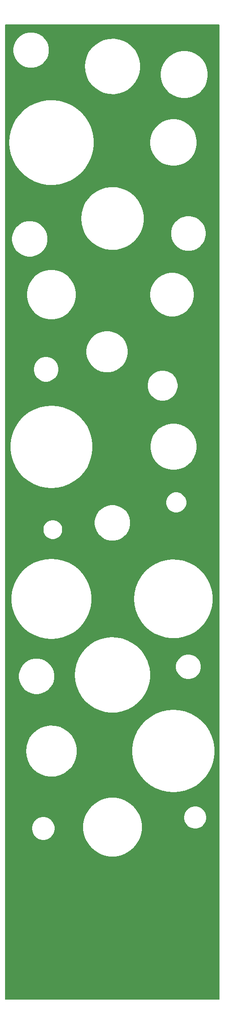
<source format=gtl>
G04 #@! TF.GenerationSoftware,KiCad,Pcbnew,5.1.5+dfsg1-2build2*
G04 #@! TF.CreationDate,2021-12-29T18:43:08+01:00*
G04 #@! TF.ProjectId,wall,77616c6c-2e6b-4696-9361-645f70636258,rev?*
G04 #@! TF.SameCoordinates,Original*
G04 #@! TF.FileFunction,Copper,L1,Top*
G04 #@! TF.FilePolarity,Positive*
%FSLAX46Y46*%
G04 Gerber Fmt 4.6, Leading zero omitted, Abs format (unit mm)*
G04 Created by KiCad (PCBNEW 5.1.5+dfsg1-2build2) date 2021-12-29 18:43:08*
%MOMM*%
%LPD*%
G04 APERTURE LIST*
%ADD10C,0.800000*%
%ADD11C,0.127000*%
G04 APERTURE END LIST*
D10*
X119000000Y-181500000D03*
X117000000Y-181500000D03*
X129500000Y-166000000D03*
X112000000Y-162500000D03*
X105000000Y-161500000D03*
X120000000Y-159500000D03*
X119500000Y-153500000D03*
X110000000Y-146000000D03*
X129000000Y-143500000D03*
X119500000Y-130000000D03*
X119000000Y-124500000D03*
X120000000Y-117000000D03*
X127500000Y-118000000D03*
X129000000Y-114000000D03*
X136000000Y-117500000D03*
X136500000Y-115000000D03*
X137500000Y-106000000D03*
X127500000Y-109000000D03*
X126500000Y-105500000D03*
X115500000Y-107000000D03*
X104000000Y-110500000D03*
X105000000Y-107500000D03*
X113500000Y-117000000D03*
X113500000Y-111500000D03*
X104000000Y-116000000D03*
X122500000Y-100500000D03*
X119500000Y-94500000D03*
X121500000Y-88000000D03*
X113000000Y-87000000D03*
X103500000Y-77500000D03*
X112500000Y-77500000D03*
X122000000Y-74000000D03*
X116500000Y-68500000D03*
X124000000Y-67000000D03*
X126000000Y-62500000D03*
X110500000Y-62500000D03*
X111500000Y-54500000D03*
X104000000Y-54000000D03*
X123500000Y-46500000D03*
X128000000Y-53000000D03*
X136000000Y-52500000D03*
X137000000Y-63000000D03*
X135000000Y-83000000D03*
X126500000Y-83000000D03*
X126000000Y-36500000D03*
X119500000Y-42500000D03*
X111500000Y-28500000D03*
D11*
G36*
X139686501Y-20313500D02*
G01*
X139686500Y-199686500D01*
X100313500Y-199686500D01*
X100313500Y-168036467D01*
X105081963Y-168036467D01*
X105081963Y-168463533D01*
X105165280Y-168882393D01*
X105328711Y-169276951D01*
X105565976Y-169632043D01*
X105867957Y-169934024D01*
X106223049Y-170171289D01*
X106617607Y-170334720D01*
X107036467Y-170418037D01*
X107463533Y-170418037D01*
X107882393Y-170334720D01*
X108276951Y-170171289D01*
X108632043Y-169934024D01*
X108934024Y-169632043D01*
X109171289Y-169276951D01*
X109334720Y-168882393D01*
X109418037Y-168463533D01*
X109418037Y-168036467D01*
X109334720Y-167617607D01*
X109294110Y-167519564D01*
X114508594Y-167519564D01*
X114508594Y-168480436D01*
X114675448Y-169426709D01*
X115004085Y-170329633D01*
X115484521Y-171161772D01*
X116102157Y-171897843D01*
X116838228Y-172515479D01*
X117670367Y-172995915D01*
X118573291Y-173324552D01*
X119519564Y-173491406D01*
X120480436Y-173491406D01*
X121426709Y-173324552D01*
X122329633Y-172995915D01*
X123161772Y-172515479D01*
X123897843Y-171897843D01*
X124515479Y-171161772D01*
X124995915Y-170329633D01*
X125324552Y-169426709D01*
X125491406Y-168480436D01*
X125491406Y-167519564D01*
X125324552Y-166573291D01*
X125131029Y-166041589D01*
X133133972Y-166041589D01*
X133133972Y-166458411D01*
X133215289Y-166867223D01*
X133374800Y-167252315D01*
X133606373Y-167598890D01*
X133901110Y-167893627D01*
X134247685Y-168125200D01*
X134632777Y-168284711D01*
X135041589Y-168366028D01*
X135458411Y-168366028D01*
X135867223Y-168284711D01*
X136252315Y-168125200D01*
X136598890Y-167893627D01*
X136893627Y-167598890D01*
X137125200Y-167252315D01*
X137284711Y-166867223D01*
X137366028Y-166458411D01*
X137366028Y-166041589D01*
X137284711Y-165632777D01*
X137125200Y-165247685D01*
X136893627Y-164901110D01*
X136598890Y-164606373D01*
X136252315Y-164374800D01*
X135867223Y-164215289D01*
X135458411Y-164133972D01*
X135041589Y-164133972D01*
X134632777Y-164215289D01*
X134247685Y-164374800D01*
X133901110Y-164606373D01*
X133606373Y-164901110D01*
X133374800Y-165247685D01*
X133215289Y-165632777D01*
X133133972Y-166041589D01*
X125131029Y-166041589D01*
X124995915Y-165670367D01*
X124515479Y-164838228D01*
X123897843Y-164102157D01*
X123161772Y-163484521D01*
X122329633Y-163004085D01*
X121426709Y-162675448D01*
X120480436Y-162508594D01*
X119519564Y-162508594D01*
X118573291Y-162675448D01*
X117670367Y-163004085D01*
X116838228Y-163484521D01*
X116102157Y-164102157D01*
X115484521Y-164838228D01*
X115004085Y-165670367D01*
X114675448Y-166573291D01*
X114508594Y-167519564D01*
X109294110Y-167519564D01*
X109171289Y-167223049D01*
X108934024Y-166867957D01*
X108632043Y-166565976D01*
X108276951Y-166328711D01*
X107882393Y-166165280D01*
X107463533Y-166081963D01*
X107036467Y-166081963D01*
X106617607Y-166165280D01*
X106223049Y-166328711D01*
X105867957Y-166565976D01*
X105565976Y-166867957D01*
X105328711Y-167223049D01*
X105165280Y-167617607D01*
X105081963Y-168036467D01*
X100313500Y-168036467D01*
X100313500Y-154000000D01*
X103961489Y-154000000D01*
X104048024Y-154906232D01*
X104304500Y-155779710D01*
X104721648Y-156588865D01*
X105284392Y-157304451D01*
X105972391Y-157900606D01*
X106760781Y-158355783D01*
X107621066Y-158653530D01*
X108522153Y-158783087D01*
X109431476Y-158739771D01*
X110316169Y-158525147D01*
X111144256Y-158146972D01*
X111885808Y-157618915D01*
X112514024Y-156960061D01*
X113006198Y-156194223D01*
X113344543Y-155349079D01*
X113516828Y-154455177D01*
X113516828Y-153544823D01*
X113493983Y-153426287D01*
X123594326Y-153426287D01*
X123594326Y-154573713D01*
X123765341Y-155708325D01*
X124103551Y-156804775D01*
X124601401Y-157838570D01*
X125247769Y-158786619D01*
X126028218Y-159627743D01*
X126925312Y-160343152D01*
X127919013Y-160916865D01*
X128987123Y-161336067D01*
X130105782Y-161591394D01*
X131250000Y-161677141D01*
X132394218Y-161591394D01*
X133512877Y-161336067D01*
X134580987Y-160916865D01*
X135574688Y-160343152D01*
X136471782Y-159627743D01*
X137252231Y-158786619D01*
X137898599Y-157838571D01*
X138396449Y-156804775D01*
X138734659Y-155708325D01*
X138905674Y-154573713D01*
X138905674Y-153426287D01*
X138734659Y-152291675D01*
X138396449Y-151195225D01*
X137898599Y-150161430D01*
X137252231Y-149213381D01*
X136471782Y-148372257D01*
X135574688Y-147656848D01*
X134580987Y-147083135D01*
X133512877Y-146663933D01*
X132394218Y-146408606D01*
X131250000Y-146322859D01*
X130105782Y-146408606D01*
X128987123Y-146663933D01*
X127919013Y-147083135D01*
X126925312Y-147656848D01*
X126028218Y-148372257D01*
X125247769Y-149213381D01*
X124601401Y-150161430D01*
X124103551Y-151195225D01*
X123765341Y-152291675D01*
X123594326Y-153426287D01*
X113493983Y-153426287D01*
X113344543Y-152650921D01*
X113006198Y-151805777D01*
X112514024Y-151039939D01*
X111885808Y-150381085D01*
X111144256Y-149853028D01*
X110316169Y-149474853D01*
X109431476Y-149260229D01*
X108522153Y-149216913D01*
X107621066Y-149346470D01*
X106760781Y-149644217D01*
X105972391Y-150099394D01*
X105284392Y-150695549D01*
X104721648Y-151411135D01*
X104304500Y-152220290D01*
X104048024Y-153093768D01*
X103961489Y-154000000D01*
X100313500Y-154000000D01*
X100313500Y-139920809D01*
X102657672Y-139920809D01*
X102657672Y-140579191D01*
X102786116Y-141224921D01*
X103038067Y-141833186D01*
X103403844Y-142380610D01*
X103869390Y-142846156D01*
X104416814Y-143211933D01*
X105025079Y-143463884D01*
X105670809Y-143592328D01*
X106329191Y-143592328D01*
X106974921Y-143463884D01*
X107583186Y-143211933D01*
X108130610Y-142846156D01*
X108596156Y-142380610D01*
X108961933Y-141833186D01*
X109213884Y-141224921D01*
X109342328Y-140579191D01*
X109342328Y-140000000D01*
X112970668Y-140000000D01*
X113053049Y-141073022D01*
X113298260Y-142120894D01*
X113700555Y-143119054D01*
X114250503Y-144044106D01*
X114935215Y-144874367D01*
X115738640Y-145590378D01*
X116641949Y-146175354D01*
X117623967Y-146615586D01*
X118661678Y-146900754D01*
X119730757Y-147024174D01*
X120806148Y-146982953D01*
X121862643Y-146778058D01*
X122875479Y-146414291D01*
X123820917Y-145900178D01*
X124676795Y-145247770D01*
X125423054Y-144472359D01*
X126042200Y-143592120D01*
X126519723Y-142627684D01*
X126844428Y-141601658D01*
X127008707Y-140538090D01*
X127008707Y-139461910D01*
X126844428Y-138398342D01*
X126802958Y-138267301D01*
X131637368Y-138267301D01*
X131637368Y-138732699D01*
X131728162Y-139189154D01*
X131906262Y-139619126D01*
X132164824Y-140006090D01*
X132493910Y-140335176D01*
X132880874Y-140593738D01*
X133310846Y-140771838D01*
X133767301Y-140862632D01*
X134232699Y-140862632D01*
X134689154Y-140771838D01*
X135119126Y-140593738D01*
X135506090Y-140335176D01*
X135835176Y-140006090D01*
X136093738Y-139619126D01*
X136271838Y-139189154D01*
X136362632Y-138732699D01*
X136362632Y-138267301D01*
X136271838Y-137810846D01*
X136093738Y-137380874D01*
X135835176Y-136993910D01*
X135506090Y-136664824D01*
X135119126Y-136406262D01*
X134689154Y-136228162D01*
X134232699Y-136137368D01*
X133767301Y-136137368D01*
X133310846Y-136228162D01*
X132880874Y-136406262D01*
X132493910Y-136664824D01*
X132164824Y-136993910D01*
X131906262Y-137380874D01*
X131728162Y-137810846D01*
X131637368Y-138267301D01*
X126802958Y-138267301D01*
X126519723Y-137372316D01*
X126042200Y-136407880D01*
X125423054Y-135527641D01*
X124676795Y-134752230D01*
X123820917Y-134099822D01*
X122875479Y-133585709D01*
X121862643Y-133221942D01*
X120806148Y-133017047D01*
X119730757Y-132975826D01*
X118661678Y-133099246D01*
X117623967Y-133384414D01*
X116641949Y-133824646D01*
X115738640Y-134409622D01*
X114935215Y-135125633D01*
X114250503Y-135955894D01*
X113700555Y-136880946D01*
X113298260Y-137879106D01*
X113053049Y-138926978D01*
X112970668Y-140000000D01*
X109342328Y-140000000D01*
X109342328Y-139920809D01*
X109213884Y-139275079D01*
X108961933Y-138666814D01*
X108596156Y-138119390D01*
X108130610Y-137653844D01*
X107583186Y-137288067D01*
X106974921Y-137036116D01*
X106329191Y-136907672D01*
X105670809Y-136907672D01*
X105025079Y-137036116D01*
X104416814Y-137288067D01*
X103869390Y-137653844D01*
X103403844Y-138119390D01*
X103038067Y-138666814D01*
X102786116Y-139275079D01*
X102657672Y-139920809D01*
X100313500Y-139920809D01*
X100313500Y-125441824D01*
X101301654Y-125441824D01*
X101301654Y-126558176D01*
X101468038Y-127662060D01*
X101797089Y-128728817D01*
X102281456Y-129734615D01*
X102910320Y-130656989D01*
X103669633Y-131475334D01*
X104542432Y-132171368D01*
X105509222Y-132729545D01*
X106548406Y-133137394D01*
X107636769Y-133385806D01*
X108750000Y-133469231D01*
X109863231Y-133385806D01*
X110951594Y-133137394D01*
X111990778Y-132729545D01*
X112957568Y-132171368D01*
X113830367Y-131475334D01*
X114589680Y-130656989D01*
X115218544Y-129734616D01*
X115702911Y-128728817D01*
X116031962Y-127662060D01*
X116198346Y-126558176D01*
X116198346Y-126000000D01*
X123918337Y-126000000D01*
X124004261Y-127119173D01*
X124260019Y-128212114D01*
X124679616Y-129253204D01*
X125253218Y-130218043D01*
X125967378Y-131084013D01*
X126805360Y-131830819D01*
X127747519Y-132440956D01*
X128771774Y-132900122D01*
X129854117Y-133197555D01*
X130969177Y-133326283D01*
X132090820Y-133283289D01*
X133192755Y-133069582D01*
X134249153Y-132690169D01*
X135235254Y-132153944D01*
X136127944Y-131473477D01*
X136906299Y-130664715D01*
X137552075Y-129746617D01*
X138050135Y-128740701D01*
X138388807Y-127670545D01*
X138560150Y-126561233D01*
X138560150Y-125438767D01*
X138388807Y-124329455D01*
X138050135Y-123259299D01*
X137552075Y-122253383D01*
X136906299Y-121335285D01*
X136127944Y-120526523D01*
X135235254Y-119846056D01*
X134249153Y-119309831D01*
X133192755Y-118930418D01*
X132090820Y-118716711D01*
X130969177Y-118673717D01*
X129854117Y-118802445D01*
X128771774Y-119099878D01*
X127747519Y-119559044D01*
X126805360Y-120169181D01*
X125967378Y-120915987D01*
X125253218Y-121781957D01*
X124679616Y-122746796D01*
X124260019Y-123787886D01*
X124004261Y-124880827D01*
X123918337Y-126000000D01*
X116198346Y-126000000D01*
X116198346Y-125441824D01*
X116031962Y-124337940D01*
X115702911Y-123271183D01*
X115218544Y-122265385D01*
X114589680Y-121343011D01*
X113830367Y-120524666D01*
X112957568Y-119828632D01*
X111990778Y-119270455D01*
X110951594Y-118862606D01*
X109863231Y-118614194D01*
X108750000Y-118530769D01*
X107636769Y-118614194D01*
X106548406Y-118862606D01*
X105509222Y-119270455D01*
X104542432Y-119828632D01*
X103669633Y-120524666D01*
X102910320Y-121343011D01*
X102281456Y-122265385D01*
X101797089Y-123271183D01*
X101468038Y-124337940D01*
X101301654Y-125441824D01*
X100313500Y-125441824D01*
X100313500Y-113071978D01*
X107192508Y-113071978D01*
X107192508Y-113428022D01*
X107261969Y-113777226D01*
X107398221Y-114106169D01*
X107596029Y-114402209D01*
X107847791Y-114653971D01*
X108143831Y-114851779D01*
X108472774Y-114988031D01*
X108821978Y-115057492D01*
X109178022Y-115057492D01*
X109527226Y-114988031D01*
X109856169Y-114851779D01*
X110152209Y-114653971D01*
X110403971Y-114402209D01*
X110601779Y-114106169D01*
X110738031Y-113777226D01*
X110807492Y-113428022D01*
X110807492Y-113071978D01*
X110738031Y-112722774D01*
X110601779Y-112393831D01*
X110403971Y-112097791D01*
X110152209Y-111846029D01*
X109889975Y-111670809D01*
X116657672Y-111670809D01*
X116657672Y-112329191D01*
X116786116Y-112974921D01*
X117038067Y-113583186D01*
X117403844Y-114130610D01*
X117869390Y-114596156D01*
X118416814Y-114961933D01*
X119025079Y-115213884D01*
X119670809Y-115342328D01*
X120329191Y-115342328D01*
X120974921Y-115213884D01*
X121583186Y-114961933D01*
X122130610Y-114596156D01*
X122596156Y-114130610D01*
X122961933Y-113583186D01*
X123213884Y-112974921D01*
X123342328Y-112329191D01*
X123342328Y-111670809D01*
X123213884Y-111025079D01*
X122961933Y-110416814D01*
X122596156Y-109869390D01*
X122130610Y-109403844D01*
X121583186Y-109038067D01*
X120974921Y-108786116D01*
X120329191Y-108657672D01*
X119670809Y-108657672D01*
X119025079Y-108786116D01*
X118416814Y-109038067D01*
X117869390Y-109403844D01*
X117403844Y-109869390D01*
X117038067Y-110416814D01*
X116786116Y-111025079D01*
X116657672Y-111670809D01*
X109889975Y-111670809D01*
X109856169Y-111648221D01*
X109527226Y-111511969D01*
X109178022Y-111442508D01*
X108821978Y-111442508D01*
X108472774Y-111511969D01*
X108143831Y-111648221D01*
X107847791Y-111846029D01*
X107596029Y-112097791D01*
X107398221Y-112393831D01*
X107261969Y-112722774D01*
X107192508Y-113071978D01*
X100313500Y-113071978D01*
X100313500Y-108059882D01*
X129819701Y-108059882D01*
X129819701Y-108440118D01*
X129893881Y-108813047D01*
X130039391Y-109164339D01*
X130250639Y-109480494D01*
X130519506Y-109749361D01*
X130835661Y-109960609D01*
X131186953Y-110106119D01*
X131559882Y-110180299D01*
X131940118Y-110180299D01*
X132313047Y-110106119D01*
X132664339Y-109960609D01*
X132980494Y-109749361D01*
X133249361Y-109480494D01*
X133460609Y-109164339D01*
X133606119Y-108813047D01*
X133680299Y-108440118D01*
X133680299Y-108059882D01*
X133606119Y-107686953D01*
X133460609Y-107335661D01*
X133249361Y-107019506D01*
X132980494Y-106750639D01*
X132664339Y-106539391D01*
X132313047Y-106393881D01*
X131940118Y-106319701D01*
X131559882Y-106319701D01*
X131186953Y-106393881D01*
X130835661Y-106539391D01*
X130519506Y-106750639D01*
X130250639Y-107019506D01*
X130039391Y-107335661D01*
X129893881Y-107686953D01*
X129819701Y-108059882D01*
X100313500Y-108059882D01*
X100313500Y-97426287D01*
X101094326Y-97426287D01*
X101094326Y-98573713D01*
X101265341Y-99708325D01*
X101603551Y-100804775D01*
X102101401Y-101838570D01*
X102747769Y-102786619D01*
X103528218Y-103627743D01*
X104425312Y-104343152D01*
X105419013Y-104916865D01*
X106487123Y-105336067D01*
X107605782Y-105591394D01*
X108750000Y-105677141D01*
X109894218Y-105591394D01*
X111012877Y-105336067D01*
X112080987Y-104916865D01*
X113074688Y-104343152D01*
X113971782Y-103627743D01*
X114752231Y-102786619D01*
X115398599Y-101838571D01*
X115896449Y-100804775D01*
X116234659Y-99708325D01*
X116405674Y-98573713D01*
X116405674Y-97572792D01*
X126912487Y-97572792D01*
X126912487Y-98427208D01*
X127079176Y-99265206D01*
X127406146Y-100054583D01*
X127880834Y-100765003D01*
X128484997Y-101369166D01*
X129195417Y-101843854D01*
X129984794Y-102170824D01*
X130822792Y-102337513D01*
X131677208Y-102337513D01*
X132515206Y-102170824D01*
X133304583Y-101843854D01*
X134015003Y-101369166D01*
X134619166Y-100765003D01*
X135093854Y-100054583D01*
X135420824Y-99265206D01*
X135587513Y-98427208D01*
X135587513Y-97572792D01*
X135420824Y-96734794D01*
X135093854Y-95945417D01*
X134619166Y-95234997D01*
X134015003Y-94630834D01*
X133304583Y-94156146D01*
X132515206Y-93829176D01*
X131677208Y-93662487D01*
X130822792Y-93662487D01*
X129984794Y-93829176D01*
X129195417Y-94156146D01*
X128484997Y-94630834D01*
X127880834Y-95234997D01*
X127406146Y-95945417D01*
X127079176Y-96734794D01*
X126912487Y-97572792D01*
X116405674Y-97572792D01*
X116405674Y-97426287D01*
X116234659Y-96291675D01*
X115896449Y-95195225D01*
X115398599Y-94161430D01*
X114752231Y-93213381D01*
X113971782Y-92372257D01*
X113074688Y-91656848D01*
X112080987Y-91083135D01*
X111012877Y-90663933D01*
X109894218Y-90408606D01*
X108750000Y-90322859D01*
X107605782Y-90408606D01*
X106487123Y-90663933D01*
X105419013Y-91083135D01*
X104425312Y-91656848D01*
X103528218Y-92372257D01*
X102747769Y-93213381D01*
X102101401Y-94161430D01*
X101603551Y-95195225D01*
X101265341Y-96291675D01*
X101094326Y-97426287D01*
X100313500Y-97426287D01*
X100313500Y-86469818D01*
X126405264Y-86469818D01*
X126405264Y-87030182D01*
X126514586Y-87579779D01*
X126729028Y-88097488D01*
X127040350Y-88563413D01*
X127436587Y-88959650D01*
X127902512Y-89270972D01*
X128420221Y-89485414D01*
X128969818Y-89594736D01*
X129530182Y-89594736D01*
X130079779Y-89485414D01*
X130597488Y-89270972D01*
X131063413Y-88959650D01*
X131459650Y-88563413D01*
X131770972Y-88097488D01*
X131985414Y-87579779D01*
X132094736Y-87030182D01*
X132094736Y-86469818D01*
X131985414Y-85920221D01*
X131770972Y-85402512D01*
X131459650Y-84936587D01*
X131063413Y-84540350D01*
X130597488Y-84229028D01*
X130079779Y-84014586D01*
X129530182Y-83905264D01*
X128969818Y-83905264D01*
X128420221Y-84014586D01*
X127902512Y-84229028D01*
X127436587Y-84540350D01*
X127040350Y-84936587D01*
X126729028Y-85402512D01*
X126514586Y-85920221D01*
X126405264Y-86469818D01*
X100313500Y-86469818D01*
X100313500Y-83518827D01*
X105402857Y-83518827D01*
X105402857Y-83981173D01*
X105493056Y-84434636D01*
X105669989Y-84861789D01*
X105926855Y-85246217D01*
X106253783Y-85573145D01*
X106638211Y-85830011D01*
X107065364Y-86006944D01*
X107518827Y-86097143D01*
X107981173Y-86097143D01*
X108434636Y-86006944D01*
X108861789Y-85830011D01*
X109246217Y-85573145D01*
X109573145Y-85246217D01*
X109830011Y-84861789D01*
X110006944Y-84434636D01*
X110097143Y-83981173D01*
X110097143Y-83518827D01*
X110006944Y-83065364D01*
X109830011Y-82638211D01*
X109573145Y-82253783D01*
X109246217Y-81926855D01*
X108861789Y-81669989D01*
X108434636Y-81493056D01*
X107981173Y-81402857D01*
X107518827Y-81402857D01*
X107065364Y-81493056D01*
X106638211Y-81669989D01*
X106253783Y-81926855D01*
X105926855Y-82253783D01*
X105669989Y-82638211D01*
X105493056Y-83065364D01*
X105402857Y-83518827D01*
X100313500Y-83518827D01*
X100313500Y-80118318D01*
X115124717Y-80118318D01*
X115124717Y-80881682D01*
X115273642Y-81630378D01*
X115565769Y-82335635D01*
X115989871Y-82970349D01*
X116529651Y-83510129D01*
X117164365Y-83934231D01*
X117869622Y-84226358D01*
X118618318Y-84375283D01*
X119381682Y-84375283D01*
X120130378Y-84226358D01*
X120835635Y-83934231D01*
X121470349Y-83510129D01*
X122010129Y-82970349D01*
X122434231Y-82335635D01*
X122726358Y-81630378D01*
X122875283Y-80881682D01*
X122875283Y-80118318D01*
X122726358Y-79369622D01*
X122434231Y-78664365D01*
X122010129Y-78029651D01*
X121470349Y-77489871D01*
X120835635Y-77065769D01*
X120130378Y-76773642D01*
X119381682Y-76624717D01*
X118618318Y-76624717D01*
X117869622Y-76773642D01*
X117164365Y-77065769D01*
X116529651Y-77489871D01*
X115989871Y-78029651D01*
X115565769Y-78664365D01*
X115273642Y-79369622D01*
X115124717Y-80118318D01*
X100313500Y-80118318D01*
X100313500Y-69547568D01*
X104156380Y-69547568D01*
X104156380Y-70452432D01*
X104332910Y-71339910D01*
X104679186Y-72175895D01*
X105181902Y-72928262D01*
X105821738Y-73568098D01*
X106574105Y-74070814D01*
X107410090Y-74417090D01*
X108297568Y-74593620D01*
X109202432Y-74593620D01*
X110089910Y-74417090D01*
X110925895Y-74070814D01*
X111678262Y-73568098D01*
X112318098Y-72928262D01*
X112820814Y-72175895D01*
X113167090Y-71339910D01*
X113343620Y-70452432D01*
X113343620Y-69596481D01*
X126903000Y-69596481D01*
X126903000Y-70403519D01*
X127060445Y-71195051D01*
X127369285Y-71940657D01*
X127817652Y-72611685D01*
X128388315Y-73182348D01*
X129059343Y-73630715D01*
X129804949Y-73939555D01*
X130596481Y-74097000D01*
X131403519Y-74097000D01*
X132195051Y-73939555D01*
X132940657Y-73630715D01*
X133611685Y-73182348D01*
X134182348Y-72611685D01*
X134630715Y-71940657D01*
X134939555Y-71195051D01*
X135097000Y-70403519D01*
X135097000Y-69596481D01*
X134939555Y-68804949D01*
X134630715Y-68059343D01*
X134182348Y-67388315D01*
X133611685Y-66817652D01*
X132940657Y-66369285D01*
X132195051Y-66060445D01*
X131403519Y-65903000D01*
X130596481Y-65903000D01*
X129804949Y-66060445D01*
X129059343Y-66369285D01*
X128388315Y-66817652D01*
X127817652Y-67388315D01*
X127369285Y-68059343D01*
X127060445Y-68804949D01*
X126903000Y-69596481D01*
X113343620Y-69596481D01*
X113343620Y-69547568D01*
X113167090Y-68660090D01*
X112820814Y-67824105D01*
X112318098Y-67071738D01*
X111678262Y-66431902D01*
X110925895Y-65929186D01*
X110089910Y-65582910D01*
X109202432Y-65406380D01*
X108297568Y-65406380D01*
X107410090Y-65582910D01*
X106574105Y-65929186D01*
X105821738Y-66431902D01*
X105181902Y-67071738D01*
X104679186Y-67824105D01*
X104332910Y-68660090D01*
X104156380Y-69547568D01*
X100313500Y-69547568D01*
X100313500Y-59420809D01*
X101407672Y-59420809D01*
X101407672Y-60079191D01*
X101536116Y-60724921D01*
X101788067Y-61333186D01*
X102153844Y-61880610D01*
X102619390Y-62346156D01*
X103166814Y-62711933D01*
X103775079Y-62963884D01*
X104420809Y-63092328D01*
X105079191Y-63092328D01*
X105724921Y-62963884D01*
X106333186Y-62711933D01*
X106880610Y-62346156D01*
X107346156Y-61880610D01*
X107711933Y-61333186D01*
X107963884Y-60724921D01*
X108092328Y-60079191D01*
X108092328Y-59420809D01*
X107963884Y-58775079D01*
X107711933Y-58166814D01*
X107346156Y-57619390D01*
X106880610Y-57153844D01*
X106333186Y-56788067D01*
X105724921Y-56536116D01*
X105079191Y-56407672D01*
X104420809Y-56407672D01*
X103775079Y-56536116D01*
X103166814Y-56788067D01*
X102619390Y-57153844D01*
X102153844Y-57619390D01*
X101788067Y-58166814D01*
X101536116Y-58775079D01*
X101407672Y-59420809D01*
X100313500Y-59420809D01*
X100313500Y-56000000D01*
X114135821Y-56000000D01*
X114220172Y-56991051D01*
X114470798Y-57953591D01*
X114880489Y-58859930D01*
X115437459Y-59683995D01*
X116125685Y-60402077D01*
X116925368Y-60993519D01*
X117813503Y-61441307D01*
X118764539Y-61732559D01*
X119751117Y-61858895D01*
X120744855Y-61816682D01*
X121717165Y-61607133D01*
X122640075Y-61236277D01*
X123487035Y-60714783D01*
X124233680Y-60057653D01*
X124858529Y-59283792D01*
X125336577Y-58428046D01*
X130731142Y-58428046D01*
X130731142Y-59071954D01*
X130856762Y-59703491D01*
X131103175Y-60298385D01*
X131460912Y-60833776D01*
X131916224Y-61289088D01*
X132451615Y-61646825D01*
X133046509Y-61893238D01*
X133678046Y-62018858D01*
X134321954Y-62018858D01*
X134953491Y-61893238D01*
X135548385Y-61646825D01*
X136083776Y-61289088D01*
X136539088Y-60833776D01*
X136896825Y-60298385D01*
X137143238Y-59703491D01*
X137268858Y-59071954D01*
X137268858Y-58428046D01*
X137143238Y-57796509D01*
X136896825Y-57201615D01*
X136539088Y-56666224D01*
X136083776Y-56210912D01*
X135548385Y-55853175D01*
X134953491Y-55606762D01*
X134321954Y-55481142D01*
X133678046Y-55481142D01*
X133046509Y-55606762D01*
X132451615Y-55853175D01*
X131916224Y-56210912D01*
X131460912Y-56666224D01*
X131103175Y-57201615D01*
X130856762Y-57796509D01*
X130731142Y-58428046D01*
X125336577Y-58428046D01*
X125343607Y-58415463D01*
X125674959Y-57477644D01*
X125843053Y-56497317D01*
X125843053Y-55502683D01*
X125674959Y-54522356D01*
X125343607Y-53584537D01*
X124858529Y-52716208D01*
X124233680Y-51942347D01*
X123487035Y-51285217D01*
X122640075Y-50763723D01*
X121717165Y-50392867D01*
X120744855Y-50183318D01*
X119751117Y-50141105D01*
X118764539Y-50267441D01*
X117813503Y-50558693D01*
X116925368Y-51006481D01*
X116125685Y-51597923D01*
X115437459Y-52316005D01*
X114880489Y-53140070D01*
X114470798Y-54046409D01*
X114220172Y-55008949D01*
X114135821Y-56000000D01*
X100313500Y-56000000D01*
X100313500Y-42000000D01*
X100854093Y-42000000D01*
X100938237Y-43149653D01*
X101188875Y-44274804D01*
X101600665Y-45351471D01*
X102164831Y-46356707D01*
X102869348Y-47269087D01*
X103699201Y-48069166D01*
X104636704Y-48739892D01*
X105661873Y-49266968D01*
X106752862Y-49639161D01*
X107886415Y-49848539D01*
X109038374Y-49890639D01*
X110184188Y-49764564D01*
X111299434Y-49473000D01*
X112360343Y-49022163D01*
X113344304Y-48421660D01*
X114230345Y-47684291D01*
X114999583Y-46825771D01*
X115635621Y-45864398D01*
X116124904Y-44820662D01*
X116457004Y-43716808D01*
X116624843Y-42576364D01*
X116624843Y-41569741D01*
X126881508Y-41569741D01*
X126881508Y-42430259D01*
X127049387Y-43274242D01*
X127378693Y-44069257D01*
X127856771Y-44784751D01*
X128465249Y-45393229D01*
X129180743Y-45871307D01*
X129975758Y-46200613D01*
X130819741Y-46368492D01*
X131680259Y-46368492D01*
X132524242Y-46200613D01*
X133319257Y-45871307D01*
X134034751Y-45393229D01*
X134643229Y-44784751D01*
X135121307Y-44069257D01*
X135450613Y-43274242D01*
X135618492Y-42430259D01*
X135618492Y-41569741D01*
X135450613Y-40725758D01*
X135121307Y-39930743D01*
X134643229Y-39215249D01*
X134034751Y-38606771D01*
X133319257Y-38128693D01*
X132524242Y-37799387D01*
X131680259Y-37631508D01*
X130819741Y-37631508D01*
X129975758Y-37799387D01*
X129180743Y-38128693D01*
X128465249Y-38606771D01*
X127856771Y-39215249D01*
X127378693Y-39930743D01*
X127049387Y-40725758D01*
X126881508Y-41569741D01*
X116624843Y-41569741D01*
X116624843Y-41423636D01*
X116457004Y-40283192D01*
X116124904Y-39179338D01*
X115635621Y-38135602D01*
X114999583Y-37174229D01*
X114230345Y-36315709D01*
X113344304Y-35578340D01*
X112360343Y-34977837D01*
X111299434Y-34527000D01*
X110184188Y-34235436D01*
X109038374Y-34109361D01*
X107886415Y-34151461D01*
X106752862Y-34360839D01*
X105661873Y-34733032D01*
X104636704Y-35260108D01*
X103699201Y-35930834D01*
X102869348Y-36730913D01*
X102164831Y-37643293D01*
X101600665Y-38648529D01*
X101188875Y-39725196D01*
X100938237Y-40850347D01*
X100854093Y-42000000D01*
X100313500Y-42000000D01*
X100313500Y-24670809D01*
X101657672Y-24670809D01*
X101657672Y-25329191D01*
X101786116Y-25974921D01*
X102038067Y-26583186D01*
X102403844Y-27130610D01*
X102869390Y-27596156D01*
X103416814Y-27961933D01*
X104025079Y-28213884D01*
X104670809Y-28342328D01*
X105329191Y-28342328D01*
X105974921Y-28213884D01*
X106491283Y-28000000D01*
X114813198Y-28000000D01*
X114896552Y-28926139D01*
X115143935Y-29822512D01*
X115547396Y-30660307D01*
X116093967Y-31412598D01*
X116766082Y-32055205D01*
X117542137Y-32567475D01*
X118397190Y-32932942D01*
X119303759Y-33139860D01*
X120232705Y-33181579D01*
X121154172Y-33056758D01*
X122038543Y-32769408D01*
X122857394Y-32328766D01*
X123584405Y-31748994D01*
X124196211Y-31048726D01*
X124673147Y-30250469D01*
X124999884Y-29379880D01*
X125056852Y-29065960D01*
X128843118Y-29065960D01*
X128843118Y-29934040D01*
X129012472Y-30785440D01*
X129344672Y-31587441D01*
X129826951Y-32309224D01*
X130440776Y-32923049D01*
X131162559Y-33405328D01*
X131964560Y-33737528D01*
X132815960Y-33906882D01*
X133684040Y-33906882D01*
X134535440Y-33737528D01*
X135337441Y-33405328D01*
X136059224Y-32923049D01*
X136673049Y-32309224D01*
X137155328Y-31587441D01*
X137487528Y-30785440D01*
X137656882Y-29934040D01*
X137656882Y-29065960D01*
X137487528Y-28214560D01*
X137155328Y-27412559D01*
X136673049Y-26690776D01*
X136059224Y-26076951D01*
X135337441Y-25594672D01*
X134535440Y-25262472D01*
X133684040Y-25093118D01*
X132815960Y-25093118D01*
X131964560Y-25262472D01*
X131162559Y-25594672D01*
X130440776Y-26076951D01*
X129826951Y-26690776D01*
X129344672Y-27412559D01*
X129012472Y-28214560D01*
X128843118Y-29065960D01*
X125056852Y-29065960D01*
X125165921Y-28464941D01*
X125165921Y-27535059D01*
X124999884Y-26620120D01*
X124673147Y-25749531D01*
X124196211Y-24951274D01*
X123584405Y-24251006D01*
X122857394Y-23671234D01*
X122038543Y-23230592D01*
X121154172Y-22943242D01*
X120232705Y-22818421D01*
X119303759Y-22860140D01*
X118397190Y-23067058D01*
X117542137Y-23432525D01*
X116766082Y-23944795D01*
X116093967Y-24587402D01*
X115547396Y-25339693D01*
X115143935Y-26177488D01*
X114896552Y-27073861D01*
X114813198Y-28000000D01*
X106491283Y-28000000D01*
X106583186Y-27961933D01*
X107130610Y-27596156D01*
X107596156Y-27130610D01*
X107961933Y-26583186D01*
X108213884Y-25974921D01*
X108342328Y-25329191D01*
X108342328Y-24670809D01*
X108213884Y-24025079D01*
X107961933Y-23416814D01*
X107596156Y-22869390D01*
X107130610Y-22403844D01*
X106583186Y-22038067D01*
X105974921Y-21786116D01*
X105329191Y-21657672D01*
X104670809Y-21657672D01*
X104025079Y-21786116D01*
X103416814Y-22038067D01*
X102869390Y-22403844D01*
X102403844Y-22869390D01*
X102038067Y-23416814D01*
X101786116Y-24025079D01*
X101657672Y-24670809D01*
X100313500Y-24670809D01*
X100313500Y-20313498D01*
X139686501Y-20313500D01*
G37*
X139686501Y-20313500D02*
X139686500Y-199686500D01*
X100313500Y-199686500D01*
X100313500Y-168036467D01*
X105081963Y-168036467D01*
X105081963Y-168463533D01*
X105165280Y-168882393D01*
X105328711Y-169276951D01*
X105565976Y-169632043D01*
X105867957Y-169934024D01*
X106223049Y-170171289D01*
X106617607Y-170334720D01*
X107036467Y-170418037D01*
X107463533Y-170418037D01*
X107882393Y-170334720D01*
X108276951Y-170171289D01*
X108632043Y-169934024D01*
X108934024Y-169632043D01*
X109171289Y-169276951D01*
X109334720Y-168882393D01*
X109418037Y-168463533D01*
X109418037Y-168036467D01*
X109334720Y-167617607D01*
X109294110Y-167519564D01*
X114508594Y-167519564D01*
X114508594Y-168480436D01*
X114675448Y-169426709D01*
X115004085Y-170329633D01*
X115484521Y-171161772D01*
X116102157Y-171897843D01*
X116838228Y-172515479D01*
X117670367Y-172995915D01*
X118573291Y-173324552D01*
X119519564Y-173491406D01*
X120480436Y-173491406D01*
X121426709Y-173324552D01*
X122329633Y-172995915D01*
X123161772Y-172515479D01*
X123897843Y-171897843D01*
X124515479Y-171161772D01*
X124995915Y-170329633D01*
X125324552Y-169426709D01*
X125491406Y-168480436D01*
X125491406Y-167519564D01*
X125324552Y-166573291D01*
X125131029Y-166041589D01*
X133133972Y-166041589D01*
X133133972Y-166458411D01*
X133215289Y-166867223D01*
X133374800Y-167252315D01*
X133606373Y-167598890D01*
X133901110Y-167893627D01*
X134247685Y-168125200D01*
X134632777Y-168284711D01*
X135041589Y-168366028D01*
X135458411Y-168366028D01*
X135867223Y-168284711D01*
X136252315Y-168125200D01*
X136598890Y-167893627D01*
X136893627Y-167598890D01*
X137125200Y-167252315D01*
X137284711Y-166867223D01*
X137366028Y-166458411D01*
X137366028Y-166041589D01*
X137284711Y-165632777D01*
X137125200Y-165247685D01*
X136893627Y-164901110D01*
X136598890Y-164606373D01*
X136252315Y-164374800D01*
X135867223Y-164215289D01*
X135458411Y-164133972D01*
X135041589Y-164133972D01*
X134632777Y-164215289D01*
X134247685Y-164374800D01*
X133901110Y-164606373D01*
X133606373Y-164901110D01*
X133374800Y-165247685D01*
X133215289Y-165632777D01*
X133133972Y-166041589D01*
X125131029Y-166041589D01*
X124995915Y-165670367D01*
X124515479Y-164838228D01*
X123897843Y-164102157D01*
X123161772Y-163484521D01*
X122329633Y-163004085D01*
X121426709Y-162675448D01*
X120480436Y-162508594D01*
X119519564Y-162508594D01*
X118573291Y-162675448D01*
X117670367Y-163004085D01*
X116838228Y-163484521D01*
X116102157Y-164102157D01*
X115484521Y-164838228D01*
X115004085Y-165670367D01*
X114675448Y-166573291D01*
X114508594Y-167519564D01*
X109294110Y-167519564D01*
X109171289Y-167223049D01*
X108934024Y-166867957D01*
X108632043Y-166565976D01*
X108276951Y-166328711D01*
X107882393Y-166165280D01*
X107463533Y-166081963D01*
X107036467Y-166081963D01*
X106617607Y-166165280D01*
X106223049Y-166328711D01*
X105867957Y-166565976D01*
X105565976Y-166867957D01*
X105328711Y-167223049D01*
X105165280Y-167617607D01*
X105081963Y-168036467D01*
X100313500Y-168036467D01*
X100313500Y-154000000D01*
X103961489Y-154000000D01*
X104048024Y-154906232D01*
X104304500Y-155779710D01*
X104721648Y-156588865D01*
X105284392Y-157304451D01*
X105972391Y-157900606D01*
X106760781Y-158355783D01*
X107621066Y-158653530D01*
X108522153Y-158783087D01*
X109431476Y-158739771D01*
X110316169Y-158525147D01*
X111144256Y-158146972D01*
X111885808Y-157618915D01*
X112514024Y-156960061D01*
X113006198Y-156194223D01*
X113344543Y-155349079D01*
X113516828Y-154455177D01*
X113516828Y-153544823D01*
X113493983Y-153426287D01*
X123594326Y-153426287D01*
X123594326Y-154573713D01*
X123765341Y-155708325D01*
X124103551Y-156804775D01*
X124601401Y-157838570D01*
X125247769Y-158786619D01*
X126028218Y-159627743D01*
X126925312Y-160343152D01*
X127919013Y-160916865D01*
X128987123Y-161336067D01*
X130105782Y-161591394D01*
X131250000Y-161677141D01*
X132394218Y-161591394D01*
X133512877Y-161336067D01*
X134580987Y-160916865D01*
X135574688Y-160343152D01*
X136471782Y-159627743D01*
X137252231Y-158786619D01*
X137898599Y-157838571D01*
X138396449Y-156804775D01*
X138734659Y-155708325D01*
X138905674Y-154573713D01*
X138905674Y-153426287D01*
X138734659Y-152291675D01*
X138396449Y-151195225D01*
X137898599Y-150161430D01*
X137252231Y-149213381D01*
X136471782Y-148372257D01*
X135574688Y-147656848D01*
X134580987Y-147083135D01*
X133512877Y-146663933D01*
X132394218Y-146408606D01*
X131250000Y-146322859D01*
X130105782Y-146408606D01*
X128987123Y-146663933D01*
X127919013Y-147083135D01*
X126925312Y-147656848D01*
X126028218Y-148372257D01*
X125247769Y-149213381D01*
X124601401Y-150161430D01*
X124103551Y-151195225D01*
X123765341Y-152291675D01*
X123594326Y-153426287D01*
X113493983Y-153426287D01*
X113344543Y-152650921D01*
X113006198Y-151805777D01*
X112514024Y-151039939D01*
X111885808Y-150381085D01*
X111144256Y-149853028D01*
X110316169Y-149474853D01*
X109431476Y-149260229D01*
X108522153Y-149216913D01*
X107621066Y-149346470D01*
X106760781Y-149644217D01*
X105972391Y-150099394D01*
X105284392Y-150695549D01*
X104721648Y-151411135D01*
X104304500Y-152220290D01*
X104048024Y-153093768D01*
X103961489Y-154000000D01*
X100313500Y-154000000D01*
X100313500Y-139920809D01*
X102657672Y-139920809D01*
X102657672Y-140579191D01*
X102786116Y-141224921D01*
X103038067Y-141833186D01*
X103403844Y-142380610D01*
X103869390Y-142846156D01*
X104416814Y-143211933D01*
X105025079Y-143463884D01*
X105670809Y-143592328D01*
X106329191Y-143592328D01*
X106974921Y-143463884D01*
X107583186Y-143211933D01*
X108130610Y-142846156D01*
X108596156Y-142380610D01*
X108961933Y-141833186D01*
X109213884Y-141224921D01*
X109342328Y-140579191D01*
X109342328Y-140000000D01*
X112970668Y-140000000D01*
X113053049Y-141073022D01*
X113298260Y-142120894D01*
X113700555Y-143119054D01*
X114250503Y-144044106D01*
X114935215Y-144874367D01*
X115738640Y-145590378D01*
X116641949Y-146175354D01*
X117623967Y-146615586D01*
X118661678Y-146900754D01*
X119730757Y-147024174D01*
X120806148Y-146982953D01*
X121862643Y-146778058D01*
X122875479Y-146414291D01*
X123820917Y-145900178D01*
X124676795Y-145247770D01*
X125423054Y-144472359D01*
X126042200Y-143592120D01*
X126519723Y-142627684D01*
X126844428Y-141601658D01*
X127008707Y-140538090D01*
X127008707Y-139461910D01*
X126844428Y-138398342D01*
X126802958Y-138267301D01*
X131637368Y-138267301D01*
X131637368Y-138732699D01*
X131728162Y-139189154D01*
X131906262Y-139619126D01*
X132164824Y-140006090D01*
X132493910Y-140335176D01*
X132880874Y-140593738D01*
X133310846Y-140771838D01*
X133767301Y-140862632D01*
X134232699Y-140862632D01*
X134689154Y-140771838D01*
X135119126Y-140593738D01*
X135506090Y-140335176D01*
X135835176Y-140006090D01*
X136093738Y-139619126D01*
X136271838Y-139189154D01*
X136362632Y-138732699D01*
X136362632Y-138267301D01*
X136271838Y-137810846D01*
X136093738Y-137380874D01*
X135835176Y-136993910D01*
X135506090Y-136664824D01*
X135119126Y-136406262D01*
X134689154Y-136228162D01*
X134232699Y-136137368D01*
X133767301Y-136137368D01*
X133310846Y-136228162D01*
X132880874Y-136406262D01*
X132493910Y-136664824D01*
X132164824Y-136993910D01*
X131906262Y-137380874D01*
X131728162Y-137810846D01*
X131637368Y-138267301D01*
X126802958Y-138267301D01*
X126519723Y-137372316D01*
X126042200Y-136407880D01*
X125423054Y-135527641D01*
X124676795Y-134752230D01*
X123820917Y-134099822D01*
X122875479Y-133585709D01*
X121862643Y-133221942D01*
X120806148Y-133017047D01*
X119730757Y-132975826D01*
X118661678Y-133099246D01*
X117623967Y-133384414D01*
X116641949Y-133824646D01*
X115738640Y-134409622D01*
X114935215Y-135125633D01*
X114250503Y-135955894D01*
X113700555Y-136880946D01*
X113298260Y-137879106D01*
X113053049Y-138926978D01*
X112970668Y-140000000D01*
X109342328Y-140000000D01*
X109342328Y-139920809D01*
X109213884Y-139275079D01*
X108961933Y-138666814D01*
X108596156Y-138119390D01*
X108130610Y-137653844D01*
X107583186Y-137288067D01*
X106974921Y-137036116D01*
X106329191Y-136907672D01*
X105670809Y-136907672D01*
X105025079Y-137036116D01*
X104416814Y-137288067D01*
X103869390Y-137653844D01*
X103403844Y-138119390D01*
X103038067Y-138666814D01*
X102786116Y-139275079D01*
X102657672Y-139920809D01*
X100313500Y-139920809D01*
X100313500Y-125441824D01*
X101301654Y-125441824D01*
X101301654Y-126558176D01*
X101468038Y-127662060D01*
X101797089Y-128728817D01*
X102281456Y-129734615D01*
X102910320Y-130656989D01*
X103669633Y-131475334D01*
X104542432Y-132171368D01*
X105509222Y-132729545D01*
X106548406Y-133137394D01*
X107636769Y-133385806D01*
X108750000Y-133469231D01*
X109863231Y-133385806D01*
X110951594Y-133137394D01*
X111990778Y-132729545D01*
X112957568Y-132171368D01*
X113830367Y-131475334D01*
X114589680Y-130656989D01*
X115218544Y-129734616D01*
X115702911Y-128728817D01*
X116031962Y-127662060D01*
X116198346Y-126558176D01*
X116198346Y-126000000D01*
X123918337Y-126000000D01*
X124004261Y-127119173D01*
X124260019Y-128212114D01*
X124679616Y-129253204D01*
X125253218Y-130218043D01*
X125967378Y-131084013D01*
X126805360Y-131830819D01*
X127747519Y-132440956D01*
X128771774Y-132900122D01*
X129854117Y-133197555D01*
X130969177Y-133326283D01*
X132090820Y-133283289D01*
X133192755Y-133069582D01*
X134249153Y-132690169D01*
X135235254Y-132153944D01*
X136127944Y-131473477D01*
X136906299Y-130664715D01*
X137552075Y-129746617D01*
X138050135Y-128740701D01*
X138388807Y-127670545D01*
X138560150Y-126561233D01*
X138560150Y-125438767D01*
X138388807Y-124329455D01*
X138050135Y-123259299D01*
X137552075Y-122253383D01*
X136906299Y-121335285D01*
X136127944Y-120526523D01*
X135235254Y-119846056D01*
X134249153Y-119309831D01*
X133192755Y-118930418D01*
X132090820Y-118716711D01*
X130969177Y-118673717D01*
X129854117Y-118802445D01*
X128771774Y-119099878D01*
X127747519Y-119559044D01*
X126805360Y-120169181D01*
X125967378Y-120915987D01*
X125253218Y-121781957D01*
X124679616Y-122746796D01*
X124260019Y-123787886D01*
X124004261Y-124880827D01*
X123918337Y-126000000D01*
X116198346Y-126000000D01*
X116198346Y-125441824D01*
X116031962Y-124337940D01*
X115702911Y-123271183D01*
X115218544Y-122265385D01*
X114589680Y-121343011D01*
X113830367Y-120524666D01*
X112957568Y-119828632D01*
X111990778Y-119270455D01*
X110951594Y-118862606D01*
X109863231Y-118614194D01*
X108750000Y-118530769D01*
X107636769Y-118614194D01*
X106548406Y-118862606D01*
X105509222Y-119270455D01*
X104542432Y-119828632D01*
X103669633Y-120524666D01*
X102910320Y-121343011D01*
X102281456Y-122265385D01*
X101797089Y-123271183D01*
X101468038Y-124337940D01*
X101301654Y-125441824D01*
X100313500Y-125441824D01*
X100313500Y-113071978D01*
X107192508Y-113071978D01*
X107192508Y-113428022D01*
X107261969Y-113777226D01*
X107398221Y-114106169D01*
X107596029Y-114402209D01*
X107847791Y-114653971D01*
X108143831Y-114851779D01*
X108472774Y-114988031D01*
X108821978Y-115057492D01*
X109178022Y-115057492D01*
X109527226Y-114988031D01*
X109856169Y-114851779D01*
X110152209Y-114653971D01*
X110403971Y-114402209D01*
X110601779Y-114106169D01*
X110738031Y-113777226D01*
X110807492Y-113428022D01*
X110807492Y-113071978D01*
X110738031Y-112722774D01*
X110601779Y-112393831D01*
X110403971Y-112097791D01*
X110152209Y-111846029D01*
X109889975Y-111670809D01*
X116657672Y-111670809D01*
X116657672Y-112329191D01*
X116786116Y-112974921D01*
X117038067Y-113583186D01*
X117403844Y-114130610D01*
X117869390Y-114596156D01*
X118416814Y-114961933D01*
X119025079Y-115213884D01*
X119670809Y-115342328D01*
X120329191Y-115342328D01*
X120974921Y-115213884D01*
X121583186Y-114961933D01*
X122130610Y-114596156D01*
X122596156Y-114130610D01*
X122961933Y-113583186D01*
X123213884Y-112974921D01*
X123342328Y-112329191D01*
X123342328Y-111670809D01*
X123213884Y-111025079D01*
X122961933Y-110416814D01*
X122596156Y-109869390D01*
X122130610Y-109403844D01*
X121583186Y-109038067D01*
X120974921Y-108786116D01*
X120329191Y-108657672D01*
X119670809Y-108657672D01*
X119025079Y-108786116D01*
X118416814Y-109038067D01*
X117869390Y-109403844D01*
X117403844Y-109869390D01*
X117038067Y-110416814D01*
X116786116Y-111025079D01*
X116657672Y-111670809D01*
X109889975Y-111670809D01*
X109856169Y-111648221D01*
X109527226Y-111511969D01*
X109178022Y-111442508D01*
X108821978Y-111442508D01*
X108472774Y-111511969D01*
X108143831Y-111648221D01*
X107847791Y-111846029D01*
X107596029Y-112097791D01*
X107398221Y-112393831D01*
X107261969Y-112722774D01*
X107192508Y-113071978D01*
X100313500Y-113071978D01*
X100313500Y-108059882D01*
X129819701Y-108059882D01*
X129819701Y-108440118D01*
X129893881Y-108813047D01*
X130039391Y-109164339D01*
X130250639Y-109480494D01*
X130519506Y-109749361D01*
X130835661Y-109960609D01*
X131186953Y-110106119D01*
X131559882Y-110180299D01*
X131940118Y-110180299D01*
X132313047Y-110106119D01*
X132664339Y-109960609D01*
X132980494Y-109749361D01*
X133249361Y-109480494D01*
X133460609Y-109164339D01*
X133606119Y-108813047D01*
X133680299Y-108440118D01*
X133680299Y-108059882D01*
X133606119Y-107686953D01*
X133460609Y-107335661D01*
X133249361Y-107019506D01*
X132980494Y-106750639D01*
X132664339Y-106539391D01*
X132313047Y-106393881D01*
X131940118Y-106319701D01*
X131559882Y-106319701D01*
X131186953Y-106393881D01*
X130835661Y-106539391D01*
X130519506Y-106750639D01*
X130250639Y-107019506D01*
X130039391Y-107335661D01*
X129893881Y-107686953D01*
X129819701Y-108059882D01*
X100313500Y-108059882D01*
X100313500Y-97426287D01*
X101094326Y-97426287D01*
X101094326Y-98573713D01*
X101265341Y-99708325D01*
X101603551Y-100804775D01*
X102101401Y-101838570D01*
X102747769Y-102786619D01*
X103528218Y-103627743D01*
X104425312Y-104343152D01*
X105419013Y-104916865D01*
X106487123Y-105336067D01*
X107605782Y-105591394D01*
X108750000Y-105677141D01*
X109894218Y-105591394D01*
X111012877Y-105336067D01*
X112080987Y-104916865D01*
X113074688Y-104343152D01*
X113971782Y-103627743D01*
X114752231Y-102786619D01*
X115398599Y-101838571D01*
X115896449Y-100804775D01*
X116234659Y-99708325D01*
X116405674Y-98573713D01*
X116405674Y-97572792D01*
X126912487Y-97572792D01*
X126912487Y-98427208D01*
X127079176Y-99265206D01*
X127406146Y-100054583D01*
X127880834Y-100765003D01*
X128484997Y-101369166D01*
X129195417Y-101843854D01*
X129984794Y-102170824D01*
X130822792Y-102337513D01*
X131677208Y-102337513D01*
X132515206Y-102170824D01*
X133304583Y-101843854D01*
X134015003Y-101369166D01*
X134619166Y-100765003D01*
X135093854Y-100054583D01*
X135420824Y-99265206D01*
X135587513Y-98427208D01*
X135587513Y-97572792D01*
X135420824Y-96734794D01*
X135093854Y-95945417D01*
X134619166Y-95234997D01*
X134015003Y-94630834D01*
X133304583Y-94156146D01*
X132515206Y-93829176D01*
X131677208Y-93662487D01*
X130822792Y-93662487D01*
X129984794Y-93829176D01*
X129195417Y-94156146D01*
X128484997Y-94630834D01*
X127880834Y-95234997D01*
X127406146Y-95945417D01*
X127079176Y-96734794D01*
X126912487Y-97572792D01*
X116405674Y-97572792D01*
X116405674Y-97426287D01*
X116234659Y-96291675D01*
X115896449Y-95195225D01*
X115398599Y-94161430D01*
X114752231Y-93213381D01*
X113971782Y-92372257D01*
X113074688Y-91656848D01*
X112080987Y-91083135D01*
X111012877Y-90663933D01*
X109894218Y-90408606D01*
X108750000Y-90322859D01*
X107605782Y-90408606D01*
X106487123Y-90663933D01*
X105419013Y-91083135D01*
X104425312Y-91656848D01*
X103528218Y-92372257D01*
X102747769Y-93213381D01*
X102101401Y-94161430D01*
X101603551Y-95195225D01*
X101265341Y-96291675D01*
X101094326Y-97426287D01*
X100313500Y-97426287D01*
X100313500Y-86469818D01*
X126405264Y-86469818D01*
X126405264Y-87030182D01*
X126514586Y-87579779D01*
X126729028Y-88097488D01*
X127040350Y-88563413D01*
X127436587Y-88959650D01*
X127902512Y-89270972D01*
X128420221Y-89485414D01*
X128969818Y-89594736D01*
X129530182Y-89594736D01*
X130079779Y-89485414D01*
X130597488Y-89270972D01*
X131063413Y-88959650D01*
X131459650Y-88563413D01*
X131770972Y-88097488D01*
X131985414Y-87579779D01*
X132094736Y-87030182D01*
X132094736Y-86469818D01*
X131985414Y-85920221D01*
X131770972Y-85402512D01*
X131459650Y-84936587D01*
X131063413Y-84540350D01*
X130597488Y-84229028D01*
X130079779Y-84014586D01*
X129530182Y-83905264D01*
X128969818Y-83905264D01*
X128420221Y-84014586D01*
X127902512Y-84229028D01*
X127436587Y-84540350D01*
X127040350Y-84936587D01*
X126729028Y-85402512D01*
X126514586Y-85920221D01*
X126405264Y-86469818D01*
X100313500Y-86469818D01*
X100313500Y-83518827D01*
X105402857Y-83518827D01*
X105402857Y-83981173D01*
X105493056Y-84434636D01*
X105669989Y-84861789D01*
X105926855Y-85246217D01*
X106253783Y-85573145D01*
X106638211Y-85830011D01*
X107065364Y-86006944D01*
X107518827Y-86097143D01*
X107981173Y-86097143D01*
X108434636Y-86006944D01*
X108861789Y-85830011D01*
X109246217Y-85573145D01*
X109573145Y-85246217D01*
X109830011Y-84861789D01*
X110006944Y-84434636D01*
X110097143Y-83981173D01*
X110097143Y-83518827D01*
X110006944Y-83065364D01*
X109830011Y-82638211D01*
X109573145Y-82253783D01*
X109246217Y-81926855D01*
X108861789Y-81669989D01*
X108434636Y-81493056D01*
X107981173Y-81402857D01*
X107518827Y-81402857D01*
X107065364Y-81493056D01*
X106638211Y-81669989D01*
X106253783Y-81926855D01*
X105926855Y-82253783D01*
X105669989Y-82638211D01*
X105493056Y-83065364D01*
X105402857Y-83518827D01*
X100313500Y-83518827D01*
X100313500Y-80118318D01*
X115124717Y-80118318D01*
X115124717Y-80881682D01*
X115273642Y-81630378D01*
X115565769Y-82335635D01*
X115989871Y-82970349D01*
X116529651Y-83510129D01*
X117164365Y-83934231D01*
X117869622Y-84226358D01*
X118618318Y-84375283D01*
X119381682Y-84375283D01*
X120130378Y-84226358D01*
X120835635Y-83934231D01*
X121470349Y-83510129D01*
X122010129Y-82970349D01*
X122434231Y-82335635D01*
X122726358Y-81630378D01*
X122875283Y-80881682D01*
X122875283Y-80118318D01*
X122726358Y-79369622D01*
X122434231Y-78664365D01*
X122010129Y-78029651D01*
X121470349Y-77489871D01*
X120835635Y-77065769D01*
X120130378Y-76773642D01*
X119381682Y-76624717D01*
X118618318Y-76624717D01*
X117869622Y-76773642D01*
X117164365Y-77065769D01*
X116529651Y-77489871D01*
X115989871Y-78029651D01*
X115565769Y-78664365D01*
X115273642Y-79369622D01*
X115124717Y-80118318D01*
X100313500Y-80118318D01*
X100313500Y-69547568D01*
X104156380Y-69547568D01*
X104156380Y-70452432D01*
X104332910Y-71339910D01*
X104679186Y-72175895D01*
X105181902Y-72928262D01*
X105821738Y-73568098D01*
X106574105Y-74070814D01*
X107410090Y-74417090D01*
X108297568Y-74593620D01*
X109202432Y-74593620D01*
X110089910Y-74417090D01*
X110925895Y-74070814D01*
X111678262Y-73568098D01*
X112318098Y-72928262D01*
X112820814Y-72175895D01*
X113167090Y-71339910D01*
X113343620Y-70452432D01*
X113343620Y-69596481D01*
X126903000Y-69596481D01*
X126903000Y-70403519D01*
X127060445Y-71195051D01*
X127369285Y-71940657D01*
X127817652Y-72611685D01*
X128388315Y-73182348D01*
X129059343Y-73630715D01*
X129804949Y-73939555D01*
X130596481Y-74097000D01*
X131403519Y-74097000D01*
X132195051Y-73939555D01*
X132940657Y-73630715D01*
X133611685Y-73182348D01*
X134182348Y-72611685D01*
X134630715Y-71940657D01*
X134939555Y-71195051D01*
X135097000Y-70403519D01*
X135097000Y-69596481D01*
X134939555Y-68804949D01*
X134630715Y-68059343D01*
X134182348Y-67388315D01*
X133611685Y-66817652D01*
X132940657Y-66369285D01*
X132195051Y-66060445D01*
X131403519Y-65903000D01*
X130596481Y-65903000D01*
X129804949Y-66060445D01*
X129059343Y-66369285D01*
X128388315Y-66817652D01*
X127817652Y-67388315D01*
X127369285Y-68059343D01*
X127060445Y-68804949D01*
X126903000Y-69596481D01*
X113343620Y-69596481D01*
X113343620Y-69547568D01*
X113167090Y-68660090D01*
X112820814Y-67824105D01*
X112318098Y-67071738D01*
X111678262Y-66431902D01*
X110925895Y-65929186D01*
X110089910Y-65582910D01*
X109202432Y-65406380D01*
X108297568Y-65406380D01*
X107410090Y-65582910D01*
X106574105Y-65929186D01*
X105821738Y-66431902D01*
X105181902Y-67071738D01*
X104679186Y-67824105D01*
X104332910Y-68660090D01*
X104156380Y-69547568D01*
X100313500Y-69547568D01*
X100313500Y-59420809D01*
X101407672Y-59420809D01*
X101407672Y-60079191D01*
X101536116Y-60724921D01*
X101788067Y-61333186D01*
X102153844Y-61880610D01*
X102619390Y-62346156D01*
X103166814Y-62711933D01*
X103775079Y-62963884D01*
X104420809Y-63092328D01*
X105079191Y-63092328D01*
X105724921Y-62963884D01*
X106333186Y-62711933D01*
X106880610Y-62346156D01*
X107346156Y-61880610D01*
X107711933Y-61333186D01*
X107963884Y-60724921D01*
X108092328Y-60079191D01*
X108092328Y-59420809D01*
X107963884Y-58775079D01*
X107711933Y-58166814D01*
X107346156Y-57619390D01*
X106880610Y-57153844D01*
X106333186Y-56788067D01*
X105724921Y-56536116D01*
X105079191Y-56407672D01*
X104420809Y-56407672D01*
X103775079Y-56536116D01*
X103166814Y-56788067D01*
X102619390Y-57153844D01*
X102153844Y-57619390D01*
X101788067Y-58166814D01*
X101536116Y-58775079D01*
X101407672Y-59420809D01*
X100313500Y-59420809D01*
X100313500Y-56000000D01*
X114135821Y-56000000D01*
X114220172Y-56991051D01*
X114470798Y-57953591D01*
X114880489Y-58859930D01*
X115437459Y-59683995D01*
X116125685Y-60402077D01*
X116925368Y-60993519D01*
X117813503Y-61441307D01*
X118764539Y-61732559D01*
X119751117Y-61858895D01*
X120744855Y-61816682D01*
X121717165Y-61607133D01*
X122640075Y-61236277D01*
X123487035Y-60714783D01*
X124233680Y-60057653D01*
X124858529Y-59283792D01*
X125336577Y-58428046D01*
X130731142Y-58428046D01*
X130731142Y-59071954D01*
X130856762Y-59703491D01*
X131103175Y-60298385D01*
X131460912Y-60833776D01*
X131916224Y-61289088D01*
X132451615Y-61646825D01*
X133046509Y-61893238D01*
X133678046Y-62018858D01*
X134321954Y-62018858D01*
X134953491Y-61893238D01*
X135548385Y-61646825D01*
X136083776Y-61289088D01*
X136539088Y-60833776D01*
X136896825Y-60298385D01*
X137143238Y-59703491D01*
X137268858Y-59071954D01*
X137268858Y-58428046D01*
X137143238Y-57796509D01*
X136896825Y-57201615D01*
X136539088Y-56666224D01*
X136083776Y-56210912D01*
X135548385Y-55853175D01*
X134953491Y-55606762D01*
X134321954Y-55481142D01*
X133678046Y-55481142D01*
X133046509Y-55606762D01*
X132451615Y-55853175D01*
X131916224Y-56210912D01*
X131460912Y-56666224D01*
X131103175Y-57201615D01*
X130856762Y-57796509D01*
X130731142Y-58428046D01*
X125336577Y-58428046D01*
X125343607Y-58415463D01*
X125674959Y-57477644D01*
X125843053Y-56497317D01*
X125843053Y-55502683D01*
X125674959Y-54522356D01*
X125343607Y-53584537D01*
X124858529Y-52716208D01*
X124233680Y-51942347D01*
X123487035Y-51285217D01*
X122640075Y-50763723D01*
X121717165Y-50392867D01*
X120744855Y-50183318D01*
X119751117Y-50141105D01*
X118764539Y-50267441D01*
X117813503Y-50558693D01*
X116925368Y-51006481D01*
X116125685Y-51597923D01*
X115437459Y-52316005D01*
X114880489Y-53140070D01*
X114470798Y-54046409D01*
X114220172Y-55008949D01*
X114135821Y-56000000D01*
X100313500Y-56000000D01*
X100313500Y-42000000D01*
X100854093Y-42000000D01*
X100938237Y-43149653D01*
X101188875Y-44274804D01*
X101600665Y-45351471D01*
X102164831Y-46356707D01*
X102869348Y-47269087D01*
X103699201Y-48069166D01*
X104636704Y-48739892D01*
X105661873Y-49266968D01*
X106752862Y-49639161D01*
X107886415Y-49848539D01*
X109038374Y-49890639D01*
X110184188Y-49764564D01*
X111299434Y-49473000D01*
X112360343Y-49022163D01*
X113344304Y-48421660D01*
X114230345Y-47684291D01*
X114999583Y-46825771D01*
X115635621Y-45864398D01*
X116124904Y-44820662D01*
X116457004Y-43716808D01*
X116624843Y-42576364D01*
X116624843Y-41569741D01*
X126881508Y-41569741D01*
X126881508Y-42430259D01*
X127049387Y-43274242D01*
X127378693Y-44069257D01*
X127856771Y-44784751D01*
X128465249Y-45393229D01*
X129180743Y-45871307D01*
X129975758Y-46200613D01*
X130819741Y-46368492D01*
X131680259Y-46368492D01*
X132524242Y-46200613D01*
X133319257Y-45871307D01*
X134034751Y-45393229D01*
X134643229Y-44784751D01*
X135121307Y-44069257D01*
X135450613Y-43274242D01*
X135618492Y-42430259D01*
X135618492Y-41569741D01*
X135450613Y-40725758D01*
X135121307Y-39930743D01*
X134643229Y-39215249D01*
X134034751Y-38606771D01*
X133319257Y-38128693D01*
X132524242Y-37799387D01*
X131680259Y-37631508D01*
X130819741Y-37631508D01*
X129975758Y-37799387D01*
X129180743Y-38128693D01*
X128465249Y-38606771D01*
X127856771Y-39215249D01*
X127378693Y-39930743D01*
X127049387Y-40725758D01*
X126881508Y-41569741D01*
X116624843Y-41569741D01*
X116624843Y-41423636D01*
X116457004Y-40283192D01*
X116124904Y-39179338D01*
X115635621Y-38135602D01*
X114999583Y-37174229D01*
X114230345Y-36315709D01*
X113344304Y-35578340D01*
X112360343Y-34977837D01*
X111299434Y-34527000D01*
X110184188Y-34235436D01*
X109038374Y-34109361D01*
X107886415Y-34151461D01*
X106752862Y-34360839D01*
X105661873Y-34733032D01*
X104636704Y-35260108D01*
X103699201Y-35930834D01*
X102869348Y-36730913D01*
X102164831Y-37643293D01*
X101600665Y-38648529D01*
X101188875Y-39725196D01*
X100938237Y-40850347D01*
X100854093Y-42000000D01*
X100313500Y-42000000D01*
X100313500Y-24670809D01*
X101657672Y-24670809D01*
X101657672Y-25329191D01*
X101786116Y-25974921D01*
X102038067Y-26583186D01*
X102403844Y-27130610D01*
X102869390Y-27596156D01*
X103416814Y-27961933D01*
X104025079Y-28213884D01*
X104670809Y-28342328D01*
X105329191Y-28342328D01*
X105974921Y-28213884D01*
X106491283Y-28000000D01*
X114813198Y-28000000D01*
X114896552Y-28926139D01*
X115143935Y-29822512D01*
X115547396Y-30660307D01*
X116093967Y-31412598D01*
X116766082Y-32055205D01*
X117542137Y-32567475D01*
X118397190Y-32932942D01*
X119303759Y-33139860D01*
X120232705Y-33181579D01*
X121154172Y-33056758D01*
X122038543Y-32769408D01*
X122857394Y-32328766D01*
X123584405Y-31748994D01*
X124196211Y-31048726D01*
X124673147Y-30250469D01*
X124999884Y-29379880D01*
X125056852Y-29065960D01*
X128843118Y-29065960D01*
X128843118Y-29934040D01*
X129012472Y-30785440D01*
X129344672Y-31587441D01*
X129826951Y-32309224D01*
X130440776Y-32923049D01*
X131162559Y-33405328D01*
X131964560Y-33737528D01*
X132815960Y-33906882D01*
X133684040Y-33906882D01*
X134535440Y-33737528D01*
X135337441Y-33405328D01*
X136059224Y-32923049D01*
X136673049Y-32309224D01*
X137155328Y-31587441D01*
X137487528Y-30785440D01*
X137656882Y-29934040D01*
X137656882Y-29065960D01*
X137487528Y-28214560D01*
X137155328Y-27412559D01*
X136673049Y-26690776D01*
X136059224Y-26076951D01*
X135337441Y-25594672D01*
X134535440Y-25262472D01*
X133684040Y-25093118D01*
X132815960Y-25093118D01*
X131964560Y-25262472D01*
X131162559Y-25594672D01*
X130440776Y-26076951D01*
X129826951Y-26690776D01*
X129344672Y-27412559D01*
X129012472Y-28214560D01*
X128843118Y-29065960D01*
X125056852Y-29065960D01*
X125165921Y-28464941D01*
X125165921Y-27535059D01*
X124999884Y-26620120D01*
X124673147Y-25749531D01*
X124196211Y-24951274D01*
X123584405Y-24251006D01*
X122857394Y-23671234D01*
X122038543Y-23230592D01*
X121154172Y-22943242D01*
X120232705Y-22818421D01*
X119303759Y-22860140D01*
X118397190Y-23067058D01*
X117542137Y-23432525D01*
X116766082Y-23944795D01*
X116093967Y-24587402D01*
X115547396Y-25339693D01*
X115143935Y-26177488D01*
X114896552Y-27073861D01*
X114813198Y-28000000D01*
X106491283Y-28000000D01*
X106583186Y-27961933D01*
X107130610Y-27596156D01*
X107596156Y-27130610D01*
X107961933Y-26583186D01*
X108213884Y-25974921D01*
X108342328Y-25329191D01*
X108342328Y-24670809D01*
X108213884Y-24025079D01*
X107961933Y-23416814D01*
X107596156Y-22869390D01*
X107130610Y-22403844D01*
X106583186Y-22038067D01*
X105974921Y-21786116D01*
X105329191Y-21657672D01*
X104670809Y-21657672D01*
X104025079Y-21786116D01*
X103416814Y-22038067D01*
X102869390Y-22403844D01*
X102403844Y-22869390D01*
X102038067Y-23416814D01*
X101786116Y-24025079D01*
X101657672Y-24670809D01*
X100313500Y-24670809D01*
X100313500Y-20313498D01*
X139686501Y-20313500D01*
M02*

</source>
